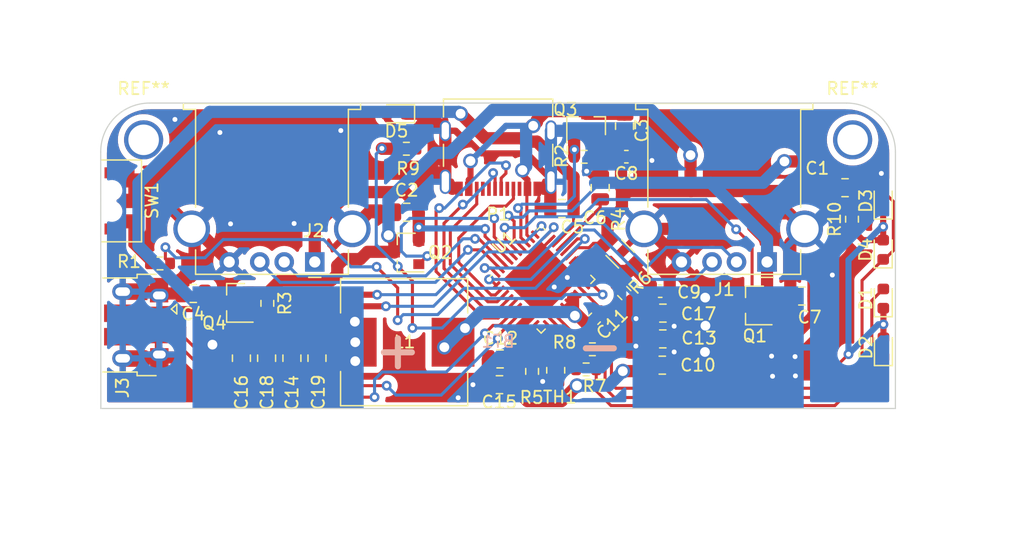
<source format=kicad_pcb>
(kicad_pcb (version 20210424) (generator pcbnew)
  (layers (0 "F.Cu" signal) (31 "B.Cu" signal) (34 "B.Paste" user) (35 "F.Paste" user) (36 "B.SilkS" user "B.Silkscreen") (37 "F.SilkS" user "F.Silkscreen") (38 "B.Mask" user) (39 "F.Mask" user) (44 "Edge.Cuts" user))
  (net 0 "")
  (net 1 "/VOUT2")
  (net 2 "GND")
  (net 3 "/VOUT1")
  (net 4 "/VBUS")
  (net 5 "/VIN")
  (net 6 "/VBAT")
  (net 7 "/VREG")
  (net 8 "/VMID")
  (net 9 "/VSYS")
  (net 10 "Net-(C11-Pad1)")
  (net 11 "Net-(C11-Pad2)")
  (net 12 "Net-(D1-Pad1)")
  (net 13 "Net-(D1-Pad2)")
  (net 14 "Net-(D3-Pad2)")
  (net 15 "Net-(D5-Pad2)")
  (net 16 "/DMA2")
  (net 17 "/DPA2")
  (net 18 "/DMA1")
  (net 19 "/DPA1")
  (net 20 "/DPB")
  (net 21 "/DMB")
  (net 22 "/DPC")
  (net 23 "/DMC")
  (net 24 "/CC1")
  (net 25 "/CC2")
  (net 26 "/VOUT2G")
  (net 27 "/VOUT1G")
  (net 28 "/VBUSG")
  (net 29 "/VING")
  (net 30 "/KEY")
  (net 31 "Net-(R1-Pad2)")
  (net 32 "Net-(R5-Pad1)")
  (net 33 "Net-(R6-Pad1)")
  (net 34 "Net-(R7-Pad1)")
  (net 35 "Net-(R8-Pad1)")
  (net 36 "/LIGHT")
  (footprint "Capacitor_SMD:C_0805_2012Metric" (layer "F.Cu") (at 84 80.88 -90)
    (fp_text reference "C16")
    (fp_text value "22uf 16v")
  )
  (footprint "Capacitor_SMD:C_0805_2012Metric" (layer "F.Cu") (at 115.34 61.88 -90)
    (fp_text reference "C3")
    (fp_text value "10uf 25v")
  )
  (footprint "Package_TO_SOT_SMD:SOT-23" (layer "F.Cu") (at 83.55 76.35 180)
    (fp_text reference "Q4")
    (fp_text value "RU20P7C")
  )
  (footprint "Resistor_SMD:R_0603_1608Metric" (layer "F.Cu") (at 115.32 75.55 -45)
    (fp_text reference "R6")
    (fp_text value "114k")
  )
  (footprint "Capacitor_SMD:C_0603_1608Metric" (layer "F.Cu") (at 118.26 75.39 180)
    (fp_text reference "C9")
    (fp_text value "100nf 25v")
  )
  (footprint "Resistor_SMD:R_0603_1608Metric" (layer "F.Cu") (at 112.2 81.8)
    (fp_text reference "R7")
    (fp_text value "100R")
  )
  (footprint "LED_SMD:LED_0603_1608Metric" (layer "F.Cu") (at 136.5 72 90)
    (fp_text reference "D4")
    (fp_text value "LED")
  )
  (footprint "Capacitor_SMD:C_0805_2012Metric" (layer "F.Cu") (at 129.85 75.79 180)
    (fp_text reference "C7")
    (fp_text value "22uf 25v")
  )
  (footprint "Capacitor_SMD:C_0805_2012Metric" (layer "F.Cu") (at 118.48 77.19)
    (fp_text reference "C17")
    (fp_text value "10uf 25v")
  )
  (footprint "Capacitor_SMD:C_0805_2012Metric" (layer "F.Cu") (at 133.38 66.92)
    (fp_text reference "C1")
    (fp_text value "10uf 25v")
  )
  (footprint "Capacitor_SMD:C_0805_2012Metric" (layer "F.Cu") (at 118.43 81.45)
    (fp_text reference "C10")
    (fp_text value "22uf 25v")
  )
  (footprint "Capacitor_SMD:C_0805_2012Metric" (layer "F.Cu") (at 97.52 68.93 180)
    (fp_text reference "C2")
    (fp_text value "10uf 25v")
  )
  (footprint "LED_SMD:LED_0603_1608Metric" (layer "F.Cu") (at 136.52 80 90)
    (fp_text reference "D2")
    (fp_text value "LED")
  )
  (footprint "Package_TO_SOT_SMD:SOT-23" (layer "F.Cu") (at 112.2 61.87 90)
    (fp_text reference "Q3")
    (fp_text value "RU20P7C")
  )
  (footprint "Capacitor_SMD:C_0603_1608Metric" (layer "F.Cu") (at 115.49 64.38)
    (fp_text reference "C8")
    (fp_text value "100nf 25v")
  )
  (footprint "LED_SMD:LED_0603_1608Metric" (layer "F.Cu") (at 136.5 68 90)
    (fp_text reference "D3")
    (fp_text value "LED")
  )
  (footprint "Package_TO_SOT_SMD:SOT-23" (layer "F.Cu") (at 126 76.56 180)
    (fp_text reference "Q1")
    (fp_text value "RU207C")
  )
  (footprint "Connector_USB:USB_C_Receptacle_Palconn_UTC16-G" (layer "F.Cu") (at 105 64.5 180)
    (fp_text reference "P1")
    (fp_text value "USB_C_Plug_USB2.0")
  )
  (footprint "Capacitor_SMD:C_0805_2012Metric" (layer "F.Cu") (at 86.06 80.88 -90)
    (fp_text reference "C18")
    (fp_text value "22uf 16v")
  )
  (footprint "Resistor_SMD:R_0805_2012Metric" (layer "F.Cu") (at 109.71 81.87 -90)
    (fp_text reference "TH1")
    (fp_text value "100k@25c")
  )
  (footprint "Connector_USB:USB_A_Stewart_SS-52100-001_Horizontal" (layer "F.Cu") (at 127 73 180)
    (fp_text reference "J1")
    (fp_text value "USB_A")
  )
  (footprint "Resistor_SMD:R_0603_1608Metric" (layer "F.Cu") (at 107.78 81.96 -90)
    (fp_text reference "R5")
    (fp_text value "82k 1%")
  )
  (footprint "Capacitor_SMD:C_0805_2012Metric" (layer "F.Cu") (at 88.13 80.88 -90)
    (fp_text reference "C14")
    (fp_text value "22uf 16v")
  )
  (footprint "Resistor_SMD:R_0603_1608Metric" (layer "F.Cu") (at 97.495 63.73)
    (fp_text reference "R9")
    (fp_text value "100R")
  )
  (footprint "Capacitor_SMD:C_0603_1608Metric" (layer "F.Cu") (at 112.9 77.65 -135)
    (fp_text reference "C11")
    (fp_text value "100nf 25v")
  )
  (footprint "Package_TO_SOT_SMD:SOT-23" (layer "F.Cu") (at 97.51 72.23 180)
    (fp_text reference "Q2")
    (fp_text value "RU207C")
  )
  (footprint "Resistor_SMD:R_0603_1608Metric" (layer "F.Cu") (at 133.95 69.5 90)
    (fp_text reference "R10")
    (fp_text value "NC")
  )
  (footprint "Package_DFN_QFN:QFN-40-1EP_6x6mm_P0.5mm_EP4.6x4.6mm" (layer "F.Cu") (at 108.52 74.43 45)
    (fp_text reference "U1")
    (fp_text value "IP5328")
  )
  (footprint "Capacitor_SMD:C_0805_2012Metric" (layer "F.Cu") (at 80.06 75.58 180)
    (fp_text reference "C4")
    (fp_text value "10uf 25v")
  )
  (footprint "MountingHole:MountingHole_3.2mm_M3" (layer "F.Cu") (at 76 63)
    (fp_text reference "REF**")
    (fp_text value "MountingHole_3.2mm_M3")
  )
  (footprint "Capacitor_SMD:C_0805_2012Metric" (layer "F.Cu") (at 105.16 80.94 180)
    (fp_text reference "C12")
    (fp_text value "22uf 25v")
  )
  (footprint "Capacitor_SMD:C_0805_2012Metric" (layer "F.Cu") (at 105.11 83.05 180)
    (fp_text reference "C15")
    (fp_text value "22uf 25v")
  )
  (footprint "Library:FPC_2" (layer "F.Cu") (at 75 68 -90)
    (fp_text reference "SW1")
    (fp_text value "SW_Push")
  )
  (footprint "Resistor_SMD:R_0603_1608Metric" (layer "F.Cu") (at 77.34 73.12 180)
    (fp_text reference "R1")
    (fp_text value "1k")
  )
  (footprint "LED_SMD:LED_0603_1608Metric" (layer "F.Cu") (at 96.68 60.86 180)
    (fp_text reference "D5")
    (fp_text value "LED")
  )
  (footprint "Capacitor_SMD:C_0805_2012Metric" (layer "F.Cu") (at 113.35 66.92 90)
    (fp_text reference "C6")
    (fp_text value "2.2uf 16v")
  )
  (footprint "Resistor_SMD:R_1206_3216Metric" (layer "F.Cu") (at 114.98 72.34 -45)
    (fp_text reference "R4")
    (fp_text value "0.01R")
  )
  (footprint "Capacitor_SMD:C_0805_2012Metric" (layer "F.Cu") (at 118.47 79.3)
    (fp_text reference "C13")
    (fp_text value "22uf 25v")
  )
  (footprint "Capacitor_SMD:C_0805_2012Metric" (layer "F.Cu") (at 90.18 80.88 -90)
    (fp_text reference "C19")
    (fp_text value "22uf 16v")
  )
  (footprint "Capacitor_SMD:C_0805_2012Metric" (layer "F.Cu") (at 110.22 68.62 180)
    (fp_text reference "C5")
    (fp_text value "2.2uf 16v")
  )
  (footprint "Inductor_SMD:L_Wuerth_HCI-1040" (layer "F.Cu") (at 97.31 79.57 180)
    (fp_text reference "L1")
    (fp_text value "2.2uh")
  )
  (footprint "Resistor_SMD:R_0603_1608Metric" (layer "F.Cu") (at 112.71 80.15)
    (fp_text reference "R8")
    (fp_text value "100R")
  )
  (footprint "LED_SMD:LED_0603_1608Metric" (layer "F.Cu") (at 136.51 76 90)
    (fp_text reference "D1")
    (fp_text value "LED")
  )
  (footprint "Connector_USB:USB_A_Stewart_SS-52100-001_Horizontal" (layer "F.Cu") (at 90 73 180)
    (fp_text reference "J2")
    (fp_text value "USB_A")
  )
  (footprint "Connector_USB:USB_Micro-B_Amphenol_10103594-0001LF_Horizontal" (layer "F.Cu") (at 75.4 78.185 -90)
    (fp_text reference "J3")
    (fp_text value "USB_B_Micro")
  )
  (footprint "Resistor_SMD:R_0603_1608Metric" (layer "F.Cu") (at 112.04 64.39 180)
    (fp_text reference "R2")
    (fp_text value "10k")
  )
  (footprint "Resistor_SMD:R_0603_1608Metric" (layer "F.Cu") (at 86.12 76.39 -90)
    (fp_text reference "R3")
    (fp_text value "10k")
  )
  (footprint "MountingHole:MountingHole_3.2mm_M3" (layer "F.Cu") (at 134 63)
    (fp_text reference "REF**")
    (fp_text value "MountingHole_3.2mm_M3")
  )
  (footprint "Library:bat" (layer "B.Cu") (at 105 80 180)
    (fp_text reference "BT1")
    (fp_text value "Battery_Cell")
  )
  (gr_line (start 76.488427 59.988427) (end 133.501573 59.988427) (layer "Edge.Cuts") (width 0.1))
  (gr_arc (start 133.501573 63.988427) (end 137.501573 63.988427) (angle -90) (layer "Edge.Cuts") (width 0.1))
  (gr_arc (start 76.488427 63.988427) (end 72.488427 63.988427) (angle 90) (layer "Edge.Cuts") (width 0.1))
  (gr_line (start 72.5 85) (end 72.488427 63.988427) (layer "Edge.Cuts") (width 0.1))
  (gr_line (start 137.501573 63.988427) (end 137.5 85) (layer "Edge.Cuts") (width 0.1))
  (gr_line (start 137.5 85) (end 72.5 85) (layer "Edge.Cuts") (width 0.1))
  (gr_text "-" (at 113.32 79.85) (layer "B.SilkS") (effects (font (size 3 3) (thickness 0.5)) (justify mirror)))
  (gr_text "+" (at 96.8 80.18) (layer "B.SilkS") (effects (font (size 3 3) (thickness 0.5)) (justify mirror)))
  (segment (start 106.31 69.676499) (end 106.31 71.15934) (width 0.25) (layer "F.Cu") (net 1))
  (segment (start 127 73) (end 127 75.61) (width 1) (layer "F.Cu") (net 1))
  (segment (start 132.43 66.92) (end 130.28 64.77) (width 1) (layer "F.Cu") (net 1))
  (segment (start 105.835201 69.2017) (end 106.31 69.676499) (width 0.25) (layer "F.Cu") (net 1))
  (segment (start 130.28 64.77) (end 128.42 64.77) (width 1) (layer "F.Cu") (net 1))
  (segment (start 106.31 71.15934) (end 106.973204 71.822544) (width 0.25) (layer "F.Cu") (net 1))
  (via (at 105.835201 69.2017) (size 0.8) (drill 0.4) (layers "F.Cu" "B.Cu") (net 1))
  (via (at 128.42 64.77) (size 1.2) (drill 0.8) (layers "F.Cu" "B.Cu") (net 1))
  (segment (start 126.67 66.52) (end 128.42 64.77) (width 1) (layer "B.Cu") (net 1))
  (segment (start 111.03 68.82) (end 112.93 66.92) (width 0.25) (layer "B.Cu") (net 1))
  (segment (start 107.03 69.34) (end 107.55 68.82) (width 0.25) (layer "B.Cu") (net 1))
  (segment (start 105.973501 69.34) (end 107.03 69.34) (width 0.25) (layer "B.Cu") (net 1))
  (segment (start 105.835201 69.2017) (end 105.973501 69.34) (width 0.25) (layer "B.Cu") (net 1))
  (segment (start 107.55 68.82) (end 111.03 68.82) (width 0.25) (layer "B.Cu") (net 1))
  (segment (start 127 71.12) (end 122.4 66.52) (width 1) (layer "B.Cu") (net 1))
  (segment (start 122.4 66.52) (end 112.93 66.52) (width 1) (layer "B.Cu") (net 1))
  (segment (start 122.4 66.52) (end 126.67 66.52) (width 1) (layer "B.Cu") (net 1))
  (segment (start 112.93 66.92) (end 112.93 66.52) (width 0.25) (layer "B.Cu") (net 1))
  (segment (start 127 73) (end 127 71.12) (width 1) (layer "B.Cu") (net 1))
  (segment (start 80.17 70.53) (end 79.93 70.29) (width 1) (layer "F.Cu") (net 2))
  (segment (start 121.96 78.22) (end 119.44 78.22) (width 1) (layer "F.Cu") (net 2))
  (segment (start 100.68 66.43) (end 100.68 62.26) (width 1) (layer "F.Cu") (net 2))
  (segment (start 119.4 81.43) (end 119.4 80.37) (width 1) (layer "F.Cu") (net 2))
  (segment (start 75.965 66.325) (end 79.93 70.29) (width 1) (layer "F.Cu") (net 2))
  (segment (start 80.17 72.28) (end 80.17 70.53) (width 1) (layer "F.Cu") (net 2))
  (segment (start 77.165 78.81) (end 77.165 80.46) (width 0.5) (layer "F.Cu") (net 2))
  (segment (start 112.64 65.97) (end 112.24 65.57) (width 0.5) (layer "F.Cu") (net 2))
  (segment (start 117.58 64.69) (end 117.27 64.38) (width 0.5) (layer "F.Cu") (net 2))
  (segment (start 134.33 66.92) (end 134.17 66.76) (width 1) (layer "F.Cu") (net 2))
  (segment (start 119.4 80.37) (end 119.4 78.26) (width 1) (layer "F.Cu") (net 2))
  (segment (start 103.64 64.11) (end 107.2 64.11) (width 0.5) (layer "F.Cu") (net 2))
  (segment (start 131.31 62.83) (end 131.42 62.94) (width 0.5) (layer "F.Cu") (net 2))
  (segment (start 90.74 82.39) (end 95.25 82.39) (width 0.5) (layer "F.Cu") (net 2))
  (segment (start 74.285 76.93) (end 74.015 77.2) (width 0.5) (layer "F.Cu") (net 2))
  (segment (start 76.975 75.43) (end 77.285 75.74) (width 1) (layer "F.Cu") (net 2))
  (segment (start 80.29 70.29) (end 83 73) (width 1) (layer "F.Cu") (net 2))
  (segment (start 108.645 82.785) (end 109.5025 82.785) (width 1) (layer "F.Cu") (net 2))
  (segment (start 84.24 81.83) (end 90.42 81.83) (width 1) (layer "F.Cu") (net 2))
  (segment (start 102.94 83.05) (end 104.16 83.05) (width 0.5) (layer "F.Cu") (net 2))
  (segment (start 117.29 70.29) (end 120 73) (width 1) (layer "F.Cu") (net 2))
  (segment (start 115.34 62.83) (end 116.265 63.755) (width 0.5) (layer "F.Cu") (net 2))
  (segment (start 96.57 68.93) (end 94.43 68.93) (width 1) (layer "F.Cu") (net 2))
  (segment (start 80.23 73.735) (end 80.23 72.34) (width 1) (layer "F.Cu") (net 2))
  (segment (start 116.93 70.29) (end 121.31 70.29) (width 1) (layer "F.Cu") (net 2))
  (segment (start 102.34 63.13) (end 102.66 63.13) (width 0.5) (layer "F.Cu") (net 2))
  (segment (start 122.58 69.02) (end 128.8 69.02) (width 1) (layer "F.Cu") (net 2))
  (segment (start 119.565 75.92) (end 119.4 75.755) (width 1) (layer "F.Cu") (net 2))
  (segment (start 99.28 60.86) (end 100.68 62.26) (width 1) (layer "F.Cu") (net 2))
  (segment (start 102.66 63.13) (end 103.64 64.11) (width 0.5) (layer "F.Cu") (net 2))
  (segment (start 90.18 81.83) (end 90.74 82.39) (width 0.5) (layer "F.Cu") (net 2))
  (segment (start 128.8 69.02) (end 130.07 70.29) (width 1) (layer "F.Cu") (net 2))
  (segment (start 74.285 79.39) (end 74.015 79.12) (width 0.5) (layer "F.Cu") (net 2))
  (segment (start 109.27 68.62) (end 109.27 66.48) (width 1) (layer "F.Cu") (net 2))
  (segment (start 119.4 75.755) (end 119.035 75.39) (width 1) (layer "F.Cu") (net 2))
  (segment (start 80.23 72.34) (end 80.17 72.28) (width 1) (layer "F.Cu") (net 2))
  (segment (start 116.265 63.755) (end 116.265 64.38) (width 0.5) (layer "F.Cu") (net 2))
  (segment (start 100.68 66.43) (end 99.77 65.52) (width 1) (layer "F.Cu") (net 2))
  (segment (start 128.9 75.79) (end 128.9 71.46) (width 1) (layer "F.Cu") (net 2))
  (segment (start 95.64 82) (end 97.67 82) (width 0.5) (layer "F.Cu") (net 2))
  (segment (start 100.68 66.43) (end 101.26 67.01) (width 1) (layer "F.Cu") (net 2))
  (segment (start 108.74 67.01) (end 109.32 66.43) (width 1) (layer "F.Cu") (net 2))
  (segment (start 113.35 65.97) (end 112.64 65.97) (width 0.5) (layer "F.Cu") (net 2))
  (segment (start 119.38 81.45) (end 119.4 81.43) (width 1) (layer "F.Cu") (net 2))
  (segment (start 119.4 78.26) (end 119.4 75.755) (width 1) (layer "F.Cu") (net 2))
  (segment (start 97.4675 60.86) (end 99.28 60.86) (width 1) (layer "F.Cu") (net 2))
  (segment (start 74.595 80.58) (end 74.285 80.89) (width 0.5) (layer "F.Cu") (net 2))
  (segment (start 107.78 82.785) (end 108.645 82.785) (width 1) (layer "F.Cu") (net 2))
  (segment (start 108.52 71.95) (end 108.52 74.43) (width 0.25) (layer "F.Cu") (net 2))
  (segment (start 117.27 64.38) (end 116.265 64.38) (width 0.5) (layer "F.Cu") (net 2))
  (segment (start 104.16 83.05) (end 104.16 80.99) (width 1) (layer "F.Cu") (net 2))
  (segment (start 119.44 78.22) (end 119.4 78.26) (width 1) (layer "F.Cu") (net 2))
  (segment (start 121.31 70.29) (end 122.58 69.02) (width 1) (layer "F.Cu") (net 2))
  (segment (start 97.67 82) (end 98.72 83.05) (width 0.5) (layer "F.Cu") (net 2))
  (segment (start 75 66.325) (end 75.965 66.325) (width 1) (layer "F.Cu") (net 2))
  (segment (start 108.2 67.01) (end 108.74 67.01) (width 0.5) (layer "F.Cu") (net 2))
  (segment (start 101.47 62.26) (end 102.34 63.13) (width 0.5) (layer "F.Cu") (net 2))
  (segment (start 79.11 75.58) (end 79.11 74.855) (width 1) (layer "F.Cu") (net 2))
  (segment (start 121.92 80.37) (end 119.4 80.37) (width 1) (layer "F.Cu") (net 2))
  (segment (start 84.7 65.52) (end 79.93 70.29) (width 1) (layer "F.Cu") (net 2))
  (segment (start 115.903363 77.263363) (end 116.28 77.64) (width 1) (layer "F.Cu") (net 2))
  (segment (start 121.94 75.92) (end 121.94 80.35) (width 1) (layer "F.Cu") (net 2))
  (segment (start 79.11 74.855) (end 80.23 73.735) (width 1) (layer "F.Cu") (net 2))
  (segment (start 79.93 70.29) (end 80.29 70.29) (width 1) (layer "F.Cu") (net 2))
  (segment (start 136.35 65.75) (end 136.1818 65.75) (width 1) (layer "F.Cu") (net 2))
  (segment (start 107.2 64.11) (end 109.32 66.23) (width 0.5) (layer "F.Cu") (net 2))
  (segment (start 99.77 65.52) (end 84.7 65.52) (width 1) (layer "F.Cu") (net 2))
  (segment (start 135.5 65.75) (end 134.33 66.92) (width 1) (layer "F.Cu") (net 2))
  (segment (start 74.285 75.43) (end 74.285 76.93) (width 0.5) (layer "F.Cu") (net 2))
  (segment (start 79.11 75.58) (end 77.535 75.58) (width 1) (layer "F.Cu") (net 2))
  (segment (start 109.27 66.48) (end 109.32 66.43) (width 1) (layer "F.Cu") (net 2))
  (segment (start 95.25 82.39) (end 95.64 82) (width 0.5) (layer "F.Cu") (net 2))
  (segment (start 119.035 73.965) (end 120 73) (width 1) (layer "F.Cu") (net 2))
  (segment (start 77.285 80.58) (end 74.595 80.58) (width 0.5) (layer "F.Cu") (net 2))
  (segment (start 101.26 67.01) (end 101.8 67.01) (width 0.5) (layer "F.Cu") (net 2))
  (segment (start 75.215 75.43) (end 76.975 75.43) (width 1) (layer "F.Cu") (net 2))
  (segment (start 121.94 75.92) (end 119.565 75.92) (width 1) (layer "F.Cu") (net 2))
  (segment (start 109.354563 71.115437) (end 108.52 71.95) (width 0.25) (layer "F.Cu") (net 2))
  (segment (start 109.359689 71.115437) (end 109.354563 71.115437) (width 0.25) (layer "F.Cu") (net 2))
  (segment (start 109.32 66.23) (end 109.32 66.43) (width 0.5) (layer "F.Cu") (net 2))
  (segment (start 100.68 62.26) (end 101.47 62.26) (width 0.5) (layer "F.Cu") (net 2))
  (segment (start 98.72 83.05) (end 102.94 83.05) (width 0.5) (layer "F.Cu") (net 2))
  (segment (start 136.35 65.75) (end 135.5 65.75) (width 1) (layer "F.Cu") (net 2))
  (segment (start 128.9 71.46) (end 130.07 70.29) (width 1) (layer "F.Cu") (net 2))
  (segment (start 136.1818 65.75) (end 133.95 67.9818) (width 1) (layer "F.Cu") (net 2))
  (segment (start 94.43 68.93) (end 93.07 70.29) (width 1) (layer "F.Cu") (net 2))
  (segment (start 115.34 62.83) (end 131.31 62.83) (width 0.5) (layer "F.Cu") (net 2))
  (segment (start 115.903363 76.133363) (end 115.903363 77.263363) (width 1) (layer "F.Cu") (net 2))
  (segment (start 133.95 67.9818) (end 133.95 68.675) (width 1) (layer "F.Cu") (net 2))
  (segment (start 121.94 80.35) (end 121.92 80.37) (width 1) (layer "F.Cu") (net 2))
  (segment (start 119.035 75.39) (end 119.035 73.965) (width 1) (layer "F.Cu") (net 2))
  (segment (start 104.16 80.99) (end 104.21 80.94) (width 1) (layer "F.Cu") (net 2))
  (segment (start 116.93 70.29) (end 117.29 70.29) (width 1) (layer "F.Cu") (net 2))
  (segment (start 77.165 80.46) (end 77.285 80.58) (width 0.5) (layer "F.Cu") (net 2))
  (segment (start 77.535 75.58) (end 77.265 75.31) (width 1) (layer "F.Cu") (net 2))
  (segment (start 74.015 79.12) (end 74.015 77.2) (width 0.5) (layer "F.Cu") (net 2))
  (segment (start 74.285 80.89) (end 74.285 79.39) (width 0.5) (layer "F.Cu") (net 2))
  (via (at 83.11 69.88) (size 0.8) (drill 0.4) (layers "F.Cu" "B.Cu") (net 2))
  (via (at 110.66 74.27) (size 0.8) (drill 0.4) (layers "F.Cu" "B.Cu") (net 2))
  (via (at 129.29 80.75) (size 0.8) (drill 0.4) (layers "F.Cu" "B.Cu") (net 2))
  (via (at 129.32 82.33) (size 0.8) (drill 0.4) (layers "F.Cu" "B.Cu") (net 2))
  (via (at 92.13 62.24) (size 0.8) (drill 0.4) (layers "F.Cu" "B.Cu") (net 2))
  (via (at 127.37 80.71) (size 0.8) (drill 0.4) (layers "F.Cu" "B.Cu") (net 2))
  (via (at 112.24 65.57) (size 0.8) (drill 0.4) (layers "F.Cu" "B.Cu") (net 2))
  (via (at 102.94 83.05) (size 0.8) (drill 0.4) (layers "F.Cu" "B.Cu") (net 2))
  (via (at 109.59 75.05) (size 0.8) (drill 0.4) (layers "F.Cu" "B.Cu") (net 2))
  (via (at 127.45 82.36) (size 0.8) (drill 0.4) (layers "F.Cu" "B.Cu") (net 2))
  (via (at 78.56 61.33) (size 0.8) (drill 0.4) (layers "F.Cu" "B.Cu") (net 2))
  (via (at 82.24 62.4) (size 0.8) (drill 0.4) (layers "F.Cu" "B.Cu") (net 2))
  (via (at 88.31 69.85) (size 0.8) (drill 0.4) (layers "F.Cu" "B.Cu") (net 2))
  (via (at 121.92 80.37) (size 1.2) (drill 0.8) (layers "F.Cu" "B.Cu") (net 2))
  (via (at 121.94 75.92) (size 1.2) (drill 0.8) (layers "F.Cu" "B.Cu") (net 2))
  (via (at 117.58 64.69) (size 0.8) (drill 0.4) (layers "F.Cu" "B.Cu") (net 2))
  (via (at 136.35 65.75) (size 0.8) (drill 0.4) (layers "F.Cu" "B.Cu") (net 2))
  (via (at 116.28 77.64) (size 0.8) (drill 0.4) (layers "F.Cu" "B.Cu") (net 2))
  (via (at 132.34 74.07) (size 0.8) (drill 0.4) (layers "F.Cu" "B.Cu") (net 2))
  (via (at 101.73 84.12) (size 0.8) (drill 0.4) (layers "F.Cu" "B.Cu") (net 2))
  (via (at 119.4 78.26) (size 0.8) (drill 0.4) (layers "F.Cu" "B.Cu") (net 2))
  (via (at 119.4 80.37) (size 0.8) (drill 0.4) (layers "F.Cu" "B.Cu") (net 2))
  (via (at 108.645 82.785) (size 0.8) (drill 0.4) (layers "F.Cu" "B.Cu") (net 2))
  (via (at 121.96 78.22) (size 1.2) (drill 0.8) (layers "F.Cu" "B.Cu") (net 2))
  (via (at 116.27 79.89) (size 0.8) (drill 0.4) (layers "F.Cu" "B.Cu") (net 2))
  (segment (start 102.94 83.05) (end 108.38 83.05) (width 0.5) (layer "B.Cu") (net 2))
  (segment (start 112.61 62.26) (end 113.53 63.18) (width 1) (layer "B.Cu") (net 2))
  (segment (start 113.53 64.31) (end 112.27 65.57) (width 0.5) (layer "B.Cu") (net 2))
  (segment (start 136.35 65.75) (end 135.22 65.75) (width 1) (layer "B.Cu") (net 2))
  (segment (start 130.68 70.29) (end 130.07 70.29) (width 1) (layer "B.Cu") (net 2))
  (segment (start 91.04 68.26) (end 81.96 68.26) (width 1) (layer "B.Cu") (net 2))
  (segment (start 109.59 75.05) (end 109.88 75.05) (width 0.5) (layer "B.Cu") (net 2))
  (segment (start 112.27 65.57) (end 112.24 65.57) (width 0.5) (layer "B.Cu") (net 2))
  (segment (start 135.22 65.75) (end 130.68 70.29) (width 1) (layer "B.Cu") (net 2))
  (segment (start 113.53 63.18) (end 113.53 64.31) (width 1) (layer "B.Cu") (net 2))
  (segment (start 117.2 64.31) (end 113.53 64.31) (width 0.5) (layer "B.Cu") (net 2))
  (segment (start 117.58 64.69) (end 117.2 64.31) (width 0.5) (layer "B.Cu") (net 2))
  (segment (start 109.88 75.05) (end 110.66 74.27) (width 1) (layer "B.Cu") (net 2))
  (segment (start 108.645 82.785) (end 111.54 79.89) (width 0.5) (layer "B.Cu") (net 2))
  (segment (start 111.54 79.89) (end 116.27 79.89) (width 0.5) (layer "B.Cu") (net 2))
  (segment (start 120.82 80) (end 123 80) (width 0.5) (layer "B.Cu") (net 2))
  (segment (start 115.09 74.27) (end 120.82 80) (width 1) (layer "B.Cu") (net 2))
  (segment (start 110.66 74.27) (end 115.09 74.27) (width 1) (layer "B.Cu") (net 2))
  (segment (start 93.07 70.29) (end 91.04 68.26) (width 1) (layer "B.Cu") (net 2))
  (segment (start 109.32 62.26) (end 112.61 62.26) (width 1) (layer "B.Cu") (net 2))
  (segment (start 81.96 68.26) (end 79.93 70.29) (width 1) (layer "B.Cu") (net 2))
  (segment (start 109.32 62.26) (end 109.32 66.43) (width 1) (layer "B.Cu") (net 2))
  (segment (start 108.38 83.05) (end 108.645 82.785) (width 0.5) (layer "B.Cu") (net 2))
  (segment (start 98.51 68.97) (end 98.47 68.93) (width 1) (layer "F.Cu") (net 3))
  (segment (start 97.35 67.28) (end 92.824723 67.28) (width 1) (layer "F.Cu") (net 3))
  (segment (start 98.47 68.93) (end 98.47 68.4) (width 1) (layer "F.Cu") (net 3))
  (segment (start 90 70.104723) (end 90 73) (width 1) (layer "F.Cu") (net 3))
  (segment (start 105.912544 72.883204) (end 103.93 70.90066) (width 0.25) (layer "F.Cu") (net 3))
  (segment (start 98.47 68.4) (end 97.35 67.28) (width 1) (layer "F.Cu") (net 3))
  (segment (start 98.51 70.1545) (end 98.51 68.97) (width 1) (layer "F.Cu") (net 3))
  (segment (start 92.824723 67.28) (end 90 70.104723) (width 1) (layer "F.Cu") (net 3))
  (segment (start 103.93 70.90066) (end 103.93 70.29) (width 0.25) (layer "F.Cu") (net 3))
  (segment (start 98.51 70.1545) (end 98.51 71.28) (width 1) (layer "F.Cu") (net 3))
  (via (at 98.51 70.1545) (size 0.8) (drill 0.4) (layers "F.Cu" "B.Cu") (net 3))
  (via (at 103.93 70.29) (size 0.8) (drill 0.4) (layers "F.Cu" "B.Cu") (net 3))
  (segment (start 98.364511 70.255489) (end 98.23 70.39) (width 0.25) (layer "B.Cu") (net 3))
  (segment (start 103.93 70.29) (end 103.895489 70.255489) (width 0.25) (layer "B.Cu") (net 3))
  (segment (start 103.895489 70.255489) (end 98.364511 70.255489) (width 0.5) (layer "B.Cu") (net 3))
  (segment (start 108.17048 61.383854) (end 108.904334 60.65) (width 1) (layer "F.Cu") (net 4))
  (segment (start 107.350162 70.785288) (end 107.350162 67.059838) (width 0.25) (layer "F.Cu") (net 4))
  (segment (start 106.99 65.864017) (end 107.4 66.274017) (width 0.5) (layer "F.Cu") (net 4))
  (segment (start 102.6 66.274017) (end 102.74 66.134017) (width 0.5) (layer "F.Cu") (net 4))
  (segment (start 107.87 61.8495) (end 108.17048 61.54902) (width 1) (layer "F.Cu") (net 4))
  (segment (start 102.74 66.134017) (end 102.74 64.73) (width 0.5) (layer "F.Cu") (net 4))
  (segment (start 108.17048 61.54902) (end 108.17048 61.383854) (width 1) (layer "F.Cu") (net 4))
  (segment (start 112.2 60.87) (end 115.28 60.87) (width 1) (layer "F.Cu") (net 4))
  (segment (start 102.6 67.01) (end 102.6 66.274017) (width 0.5) (layer "F.Cu") (net 4))
  (segment (start 115.28 60.87) (end 115.34 60.93) (width 1) (layer "F.Cu") (net 4))
  (segment (start 111.98 60.65) (end 112.2 60.87) (width 1) (layer "F.Cu") (net 4))
  (segment (start 107.4 66.274017) (end 107.4 67.01) (width 0.5) (layer "F.Cu") (net 4))
  (segment (start 107.87 61.8495) (end 107.7205 61.8495) (width 1) (layer "F.Cu") (net 4))
  (segment (start 108.904334 60.65) (end 111.98 60.65) (width 1) (layer "F.Cu") (net 4))
  (segment (start 107.680311 71.115437) (end 107.350162 70.785288) (width 0.25) (layer "F.Cu") (net 4))
  (segment (start 107.350162 67.059838) (end 107.4 67.01) (width 0.25) (layer "F.Cu") (net 4))
  (segment (start 106.99 65.48) (end 106.99 65.864017) (width 0.5) (layer "F.Cu") (net 4))
  (via (at 107.87 61.8495) (size 1.2) (drill 0.8) (layers "F.Cu" "B.Cu") (net 4))
  (via (at 106.99 65.48) (size 1.2) (drill 0.8) (layers "F.Cu" "B.Cu") (net 4))
  (via (at 102.74 64.73) (size 1.2) (drill 0.8) (layers "F.Cu" "B.Cu") (net 4))
  (segment (start 107.6005 61.8495) (end 107.87 61.8495) (width 0.5) (layer "B.Cu") (net 4))
  (segment (start 106.99 65.48) (end 107.29 65.18) (width 1) (layer "B.Cu") (net 4))
  (segment (start 107.29 65.18) (end 107.29 62.16) (width 1) (layer "B.Cu") (net 4))
  (segment (start 107.87 61.8495) (end 105.6405 61.8495) (width 0.5) (layer "B.Cu") (net 4))
  (segment (start 107.29 62.16) (end 107.6005 61.8495) (width 0.5) (layer "B.Cu") (net 4))
  (segment (start 105.6405 61.8495) (end 102.76 64.73) (width 0.5) (layer "B.Cu") (net 4))
  (segment (start 102.76 64.73) (end 102.74 64.73) (width 0.5) (layer "B.Cu") (net 4))
  (segment (start 77.165 76.86) (end 81.47 76.86) (width 0.5) (layer "F.Cu") (net 5))
  (segment (start 109.549932 70.218088) (end 109.006136 70.761884) (width 0.25) (layer "F.Cu") (net 5))
  (segment (start 89.96 76.63) (end 95.82 76.63) (width 0.5) (layer "F.Cu") (net 5))
  (segment (start 82.55 77.25) (end 83.94 78.64) (width 0.5) (layer "F.Cu") (net 5))
  (segment (start 81.47 76.86) (end 81.88 76.45) (width 0.5) (layer "F.Cu") (net 5))
  (segment (start 109.549932 70.156897) (end 109.549932 70.218088) (width 0.25) (layer "F.Cu") (net 5))
  (segment (start 82.55 76.35) (end 82.55 77.25) (width 0.5) (layer "F.Cu") (net 5))
  (segment (start 81.88 76.45) (end 81.01 75.58) (width 1) (layer "F.Cu") (net 5))
  (segment (start 83.94 78.64) (end 87.95 78.64) (width 0.5) (layer "F.Cu") (net 5))
  (segment (start 87.95 78.64) (end 89.96 76.63) (width 0.5) (layer "F.Cu") (net 5))
  (segment (start 82.56 76.45) (end 81.88 76.45) (width 1) (layer "F.Cu") (net 5))
  (via (at 109.549932 70.156897) (size 0.8) (drill 0.4) (layers "F.Cu" "B.Cu") (net 5))
  (via (at 95.82 76.63) (size 0.8) (drill 0.4) (layers "F.Cu" "B.Cu") (net 5))
  (segment (start 104.16 72.18) (end 99.71 76.63) (width 0.25) (layer "B.Cu") (net 5))
  (segment (start 99.71 76.63) (end 95.82 76.63) (width 0.25) (layer "B.Cu") (net 5))
  (segment (start 109.549932 70.200068) (end 107.57 72.18) (width 0.25) (layer "B.Cu") (net 5))
  (segment (start 107.57 72.18) (end 104.16 72.18) (width 0.25) (layer "B.Cu") (net 5))
  (segment (start 109.549932 70.156897) (end 109.549932 70.200068) (width 0.25) (layer "B.Cu") (net 5))
  (segment (start 92.95 79.93) (end 81.79 79.93) (width 1) (layer "F.Cu") (net 6))
  (segment (start 108.880336 63.80952) (end 108.843854 63.80952) (width 1) (layer "F.Cu") (net 6))
  (segment (start 108.843854 63.80952) (end 108.183345 63.149011) (width 1) (layer "F.Cu") (net 6))
  (segment (start 111.17 68.62) (end 111.17 66.03) (width 1) (layer "F.Cu") (net 6))
  (segment (start 93.31 79.57) (end 92.95 79.93) (width 1) (layer "F.Cu") (net 6))
  (segment (start 111.17 66.03) (end 111.100816 66.03) (width 1) (layer "F.Cu") (net 6))
  (segment (start 81.79 79.93) (end 81.63 79.77) (width 1) (layer "F.Cu") (net 6))
  (segment (start 103.94 62.87) (end 101.93 60.86) (width 1) (layer "F.Cu") (net 6))
  (segment (start 111.17 70.012233) (end 109.713243 71.46899) (width 0.25) (layer "F.Cu") (net 6))
  (segment (start 111.100816 66.03) (end 108.880336 63.80952) (width 1) (layer "F.Cu") (net 6))
  (segment (start 107.246234 63.149011) (end 106.967223 62.87) (width 1) (layer "F.Cu") (net 6))
  (segment (start 106.967223 62.87) (end 103.94 62.87) (width 1) (layer "F.Cu") (net 6))
  (segment (start 111.17 68.62) (end 111.17 70.012233) (width 0.25) (layer "F.Cu") (net 6))
  (segment (start 108.183345 63.149011) (end 107.246234 63.149011) (width 1) (layer "F.Cu") (net 6))
  (via (at 93.31 79.57) (size 1.2) (drill 0.8) (layers "F.Cu" "B.Cu") (net 6))
  (via (at 101.93 60.86) (size 1.2) (drill 0.8) (layers "F.Cu" "B.Cu") (net 6))
  (via (at 93.31 81.12) (size 1.2) (drill 0.8) (layers "F.Cu" "B.Cu") (net 6))
  (via (at 81.63 79.77) (size 1.2) (drill 0.8) (layers "F.Cu" "B.Cu") (net 6))
  (via (at 93.28 77.89) (size 1.2) (drill 0.8) (layers "F.Cu" "B.Cu") (net 6))
  (segment (start 75.58 71.69) (end 83.89 80) (width 1) (layer "B.Cu") (net 6))
  (segment (start 75.58 66.54) (end 75.58 71.69) (width 1) (layer "B.Cu") (net 6))
  (segment (start 101.78048 60.71048) (end 81.40952 60.71048) (width 1) (layer "B.Cu") (net 6))
  (segment (start 101.93 60.86) (end 101.78048 60.71048) (width 1) (layer "B.Cu") (net 6))
  (segment (start 81.40952 60.71048) (end 75.58 66.54) (width 1) (layer "B.Cu") (net 6))
  (segment (start 83.89 80) (end 87 80) (width 1) (layer "B.Cu") (net 6))
  (segment (start 113.35 68.53934) (end 113.35 67.87) (width 0.25) (layer "F.Cu") (net 7))
  (segment (start 110.066796 71.822544) (end 113.35 68.53934) (width 0.25) (layer "F.Cu") (net 7))
  (segment (start 113.47 67.87) (end 113.55 67.95) (width 0.25) (layer "F.Cu") (net 7))
  (segment (start 113.35 67.87) (end 113.47 67.87) (width 0.25) (layer "F.Cu") (net 7))
  (segment (start 125.8 79.48) (end 128.76 79.48) (width 1) (layer "F.Cu") (net 8))
  (segment (start 115.055 64.925) (end 114.52 64.39) (width 1) (layer "F.Cu") (net 8))
  (segment (start 125 76.56) (end 125 78.68) (width 1) (layer "F.Cu") (net 8))
  (segment (start 87.185489 74.499511) (end 86.12 75.565) (width 1) (layer "F.Cu") (net 8))
  (segment (start 120.74 64.25) (end 120.74 67.15) (width 1) (layer "F.Cu") (net 8))
  (segment (start 91.359609 74.499511) (end 87.185489 74.499511) (width 1) (layer "F.Cu") (net 8))
  (segment (start 96.51 71.29) (end 96.51 72.23) (width 1) (layer "F.Cu") (net 8))
  (segment (start 112.802277 71.47) (end 113.781712 71.47) (width 0.25) (layer "F.Cu") (net 8))
  (segment (start 96.03 70.81) (end 96.51 71.29) (width 1) (layer "F.Cu") (net 8))
  (segment (start 93.725 72.765) (end 92.375 72.765) (width 1) (layer "F.Cu") (net 8))
  (segment (start 84.56 75.5) (end 86.065 75.5) (width 1) (layer "F.Cu") (net 8))
  (segment (start 128.76 79.48) (end 130.8 77.44) (width 1) (layer "F.Cu") (net 8))
  (segment (start 110.773903 72.529651) (end 111.469043 71.834511) (width 0.25) (layer "F.Cu") (net 8))
  (segment (start 125 78.68) (end 125.8 79.48) (width 1) (layer "F.Cu") (net 8))
  (segment (start 92.375 72.765) (end 91.84 73.3) (width 1) (layer "F.Cu") (net 8))
  (segment (start 115.13 67.72) (end 115.13 68.63) (width 1) (layer "F.Cu") (net 8))
  (segment (start 113.781712 71.47) (end 113.945856 71.305856) (width 0.25) (layer "F.Cu") (net 8))
  (segment (start 130.8 75.79) (end 130.8 73.31) (width 1) (layer "F.Cu") (net 8))
  (segment (start 112.437766 71.834511) (end 112.802277 71.47) (width 0.25) (layer "F.Cu") (net 8))
  (segment (start 120.74 67.15) (end 120.78 67.19) (width 1) (layer "F.Cu") (net 8))
  (segment (start 130.63 67.19) (end 120.78 67.19) (width 1) (layer "F.Cu") (net 8))
  (segment (start 115.055 66.89) (end 115.055 64.925) (width 1) (layer "F.Cu") (net 8))
  (segment (start 132.55 69.11) (end 130.63 67.19) (width 1) (layer "F.Cu") (net 8))
  (segment (start 130.8 73.31) (end 132.55 71.56) (width 1) (layer "F.Cu") (net 8))
  (segment (start 115.13 68.63) (end 113.945856 69.814144) (width 1) (layer "F.Cu") (net 8))
  (segment (start 115.66 67.19) (end 115.13 67.72) (width 1) (layer "F.Cu") (net 8))
  (segment (start 91.84 73.3) (end 91.84 74.01912) (width 1) (layer "F.Cu") (net 8))
  (segment (start 115.13 67.055) (end 115.13 67.72) (width 1) (layer "F.Cu") (net 8))
  (segment (start 113.15 64.105) (end 112.865 64.39) (width 1) (layer "F.Cu") (net 8))
  (segment (start 94.32 72.17) (end 93.725 72.765) (width 1) (layer "F.Cu") (net 8))
  (segment (start 91.359609 74.499511) (end 91.290489 74.499511) (width 1) (layer "F.Cu") (net 8))
  (segment (start 111.469043 71.834511) (end 112.437766 71.834511) (width 0.25) (layer "F.Cu") (net 8))
  (segment (start 86.065 75.5) (end 86.18 75.615) (width 1) (layer "F.Cu") (net 8))
  (segment (start 114.52 64.39) (end 112.865 64.39) (width 1) (layer "F.Cu") (net 8))
  (segment (start 113.15 62.87) (end 113.15 64.105) (width 1) (layer "F.Cu") (net 8))
  (segment (start 91.84 74.01912) (end 91.359609 74.499511) (width 1) (layer "F.Cu") (net 8))
  (segment (start 113.945856 69.814144) (end 113.945856 71.305856) (width 1) (layer "F.Cu") (net 8))
  (segment (start 132.55 71.56) (end 132.55 69.11) (width 1) (layer "F.Cu") (net 8))
  (segment (start 130.8 77.44) (end 130.8 75.79) (width 1) (layer "F.Cu") (net 8))
  (segment (start 120.78 67.19) (end 115.66 67.19) (width 1) (layer "F.Cu") (net 8))
  (segment (start 96.17 72.17) (end 94.32 72.17) (width 1) (layer "F.Cu") (net 8))
  (via (at 96.03 70.81) (size 1.2) (drill 0.8) (layers "F.Cu" "B.Cu") (net 8))
  (via (at 120.74 64.25) (size 1.2) (drill 0.8) (layers "F.Cu" "B.Cu") (net 8))
  (segment (start 99.86 64.07) (end 101.05 64.07) (width 1) (layer "B.Cu") (net 8))
  (segment (start 96.03 67.9) (end 99.86 64.07) (width 1) (layer "B.Cu") (net 8))
  (segment (start 104.57 60.55) (end 117.49 60.55) (width 1) (layer "B.Cu") (net 8))
  (segment (start 101.05 64.07) (end 104.57 60.55) (width 1) (layer "B.Cu") (net 8))
  (segment (start 120.74 63.8) (end 120.74 64.25) (width 1) (layer "B.Cu") (net 8))
  (segment (start 96.03 70.81) (end 96.03 67.9) (width 1) (layer "B.Cu") (net 8))
  (segment (start 117.49 60.55) (end 120.74 63.8) (width 1) (layer "B.Cu") (net 8))
  (segment (start 114.22 72.62) (end 114.974144 73.374144) (width 0.25) (layer "F.Cu") (net 9))
  (segment (start 114.77 73.81) (end 114.92 73.66) (width 0.25) (layer "F.Cu") (net 9))
  (segment (start 107.497874 77.562126) (end 107.497874 77.702126) (width 0.25) (layer "F.Cu") (net 9))
  (segment (start 111.296796 72.883204) (end 111.56 72.62) (width 0.25) (layer "F.Cu") (net 9))
  (segment (start 114.02 73.06) (end 114.77 73.81) (width 0.25) (layer "F.Cu") (net 9))
  (segment (start 107.326757 77.393243) (end 106.11 78.61) (width 0.25) (layer "F.Cu") (net 9))
  (segment (start 111.627126 73.382874) (end 111.627126 73.342874) (width 0.25) (layer "F.Cu") (net 9))
  (segment (start 107.497874 77.702126) (end 106.11 79.09) (width 0.25) (layer "F.Cu") (net 9))
  (segment (start 115.445856 73.374144) (end 114.81 74.01) (width 0.25) (layer "F.Cu") (net 9))
  (segment (start 111.56 72.62) (end 114.22 72.62) (width 0.25) (layer "F.Cu") (net 9))
  (segment (start 115.635856 73.374144) (end 115.11 73.9) (width 0.25) (layer "F.Cu") (net 9))
  (segment (start 106.11 80.94) (end 106.11 79.314874) (width 0.5) (layer "F.Cu") (net 9))
  (segment (start 116.014144 73.374144) (end 115.825856 73.374144) (width 0.25) (layer "F.Cu") (net 9))
  (segment (start 107.437874 77.562126) (end 107.497874 77.562126) (width 0.25) (layer "F.Cu") (net 9))
  (segment (start 106.06 80.99) (end 106.11 80.94) (width 1) (layer "F.Cu") (net 9))
  (segment (start 107.326757 77.39101) (end 107.326757 77.393243) (width 0.25) (layer "F.Cu") (net 9))
  (segment (start 107.497874 77.562126) (end 107.680311 77.744563) (width 0.25) (layer "F.Cu") (net 9))
  (segment (start 113.88 73.27) (end 114.62 74.01) (width 0.25) (layer "F.Cu") (net 9))
  (segment (start 114.515 73.255) (end 114.92 73.66) (width 0.25) (layer "F.Cu") (net 9))
  (segment (start 112.96 73.27) (end 113.88 73.27) (width 0.25) (layer "F.Cu") (net 9))
  (segment (start 115.205856 73.374144) (end 116.014144 73.374144) (width 0.25) (layer "F.Cu") (net 9))
  (segment (start 111.834563 73.590311) (end 112.184874 73.24) (width 0.25) (layer "F.Cu") (net 9))
  (segment (start 116.014144 73.374144) (end 114.634144 73.374144) (width 0.25) (layer "F.Cu") (net 9))
  (segment (start 106.11 79.09) (end 106.11 79.314874) (width 0.25) (layer "F.Cu") (net 9))
  (segment (start 106.11 78.89) (end 106.11 79.314874) (width 0.5) (layer "F.Cu") (net 9))
  (segment (start 115.825856 73.374144) (end 115.27 73.93) (width 0.25) (layer "F.Cu") (net 9))
  (segment (start 111.627126 73.342874) (end 111.94 73.03) (width 0.25) (layer "F.Cu") (net 9))
  (segment (start 111.347126 73.102874) (end 111.347126 73.052874) (width 0.25) (layer "F.Cu") (net 9))
  (segment (start 111.347126 73.102874) (end 111.627126 73.382874) (width 0.25) (layer "F.Cu") (net 9))
  (segment (start 116.99 81.94) (end 117.48 81.45) (width 1) (layer "F.Cu") (net 9))
  (segment (start 106.11 78.89) (end 106.11 79.09) (width 0.25) (layer "F.Cu") (net 9))
  (segment (start 111.48101 73.236757) (end 111.493243 73.236757) (width 0.25) (layer "F.Cu") (net 9))
  (segment (start 114.684144 74.074144) (end 115.644144 74.074144) (width 0.25) (layer "F.Cu") (net 9))
  (segment (start 111.127456 72.883204) (end 111.347126 73.102874) (width 0.25) (layer "F.Cu") (net 9))
  (segment (start 114.974144 73.374144) (end 116.014144 73.374144) (width 0.25) (layer "F.Cu") (net 9))
  (segment (start 107.326757 77.39101) (end 107.497874 77.562126) (width 0.25) (layer "F.Cu") (net 9))
  (segment (start 112.13 73.06) (end 114.02 73.06) (width 0.25) (layer "F.Cu") (net 9))
  (segment (start 106.11 78.89) (end 107.437874 77.562126) (width 0.25) (layer "F.Cu") (net 9))
  (segment (start 111.717126 73.472874) (end 112.13 73.06) (width 0.25) (layer "F.Cu") (net 9))
  (segment (start 111.627126 73.382874) (end 111.717126 73.472874) (width 0.25) (layer "F.Cu") (net 9))
  (segment (start 117.485 74.845) (end 116.014144 73.374144) (width 1) (layer "F.Cu") (net 9))
  (segment (start 110.19 84.39) (end 107.4 84.39) (width 1) (layer "F.Cu") (net 9))
  (segment (start 106.11 79.09) (end 106.11 80.94) (width 0.5) (layer "F.Cu") (net 9))
  (segment (start 114.62 74.01) (end 114.684144 74.074144) (width 0.25) (layer "F.Cu") (net 9))
  (segment (start 111.64 72.76) (end 111.76 72.76) (width 0.25) (layer "F.Cu") (net 9))
  (segment (start 106.195 78.805) (end 106.11 78.89) (width 0.5) (layer "F.Cu") (net 9))
  (segment (start 107.4 84.39) (end 106.06 83.05) (width 1) (layer "F.Cu") (net 9))
  (segment (start 117.485 75.39) (end 117.485 74.845) (width 1) (layer "F.Cu") (net 9))
  (segment (start 115.200498 81.94) (end 116.99 81.94) (width 1) (layer "F.Cu") (net 9))
  (segment (start 117.48 81.45) (end 117.48 75.395) (width 1) (layer "F.Cu") (net 9))
  (segment (start 111.493243 73.236757) (end 111.87 72.86) (width 0.25) (layer "F.Cu") (net 9))
  (segment (start 106.06 83.05) (end 106.06 80.99) (width 1) (layer "F.Cu") (net 9))
  (segment (start 116.014144 73.374144) (end 115.635856 73.374144) (width 0.25) (layer "F.Cu") (net 9))
  (segment (start 111.87 72.86) (end 114.12 72.86) (width 0.25) (layer "F.Cu") (net 9))
  (segment (start 114.634144 73.374144) (end 114.515 73.255) (width 0.25) (layer "F.Cu") (net 9))
  (segment (start 111.347126 73.052874) (end 111.64 72.76) (width 0.25) (layer "F.Cu") (net 9))
  (segment (start 116.014144 73.374144) (end 115.445856 73.374144) (width 0.25) (layer "F.Cu") (net 9))
  (segment (start 111.717126 73.472874) (end 111.834563 73.590311) (width 0.25) (layer "F.Cu") (net 9))
  (segment (start 112.184874 73.24) (end 112.93 73.24) (width 0.25) (layer "F.Cu") (net 9))
  (segment (start 114.12 72.86) (end 114.515 73.255) (width 0.25) (layer "F.Cu") (net 9))
  (segment (start 114.81 74.01) (end 114.62 74.01) (width 0.25) (layer "F.Cu") (net 9))
  (segment (start 114.92 73.66) (end 115.205856 73.374144) (width 0.25) (layer "F.Cu") (net 9))
  (segment (start 111.127456 72.883204) (end 111.296796 72.883204) (width 0.25) (layer "F.Cu") (net 9))
  (segment (start 106.11 79.314874) (end 107.680311 77.744563) (width 0.25) (layer "F.Cu") (net 9))
  (segment (start 111.45 83.13) (end 110.19 84.39) (width 1) (layer "F.Cu") (net 9))
  (segment (start 112.93 73.24) (end 112.96 73.27) (width 0.25) (layer "F.Cu") (net 9))
  (segment (start 117.48 75.395) (end 117.485 75.39) (width 1) (layer "F.Cu") (net 9))
  (via (at 111.45 83.13) (size 1.2) (drill 0.8) (layers "F.Cu" "B.Cu") (net 9))
  (via (at 115.200498 81.94) (size 1.2) (drill 0.8) (layers "F.Cu" "B.Cu") (net 9))
  (segment (start 114.010498 83.13) (end 111.45 83.13) (width 1) (layer "B.Cu") (net 9))
  (segment (start 115.200498 81.94) (end 114.010498 83.13) (width 1) (layer "B.Cu") (net 9))
  (segment (start 111.834563 75.269689) (end 113.318008 76.753134) (width 0.25) (layer "F.Cu") (net 10))
  (segment (start 113.318008 76.753134) (end 113.318008 77.241992) (width 0.25) (layer "F.Cu") (net 10))
  (segment (start 110.420349 76.683903) (end 110.567887 76.683903) (width 0.25) (layer "F.Cu") (net 11))
  (segment (start 110.066796 77.037456) (end 111.48101 75.623243) (width 0.25) (layer "F.Cu") (net 11))
  (segment (start 111.127456 75.976796) (end 111.127456 76.973472) (width 1) (layer "F.Cu") (net 11))
  (segment (start 110.567887 76.683903) (end 111.281992 77.398008) (width 0.5) (layer "F.Cu") (net 11))
  (segment (start 111.127456 76.973472) (end 112.351992 78.198008) (width 1) (layer "F.Cu") (net 11))
  (segment (start 111.281992 77.398008) (end 112.221992 78.338008) (width 0.5) (layer "F.Cu") (net 11))
  (via (at 111.281992 77.398008) (size 1.2) (drill 0.8) (layers "F.Cu" "B.Cu") (net 11))
  (via (at 100.6 79.98) (size 1.2) (drill 0.8) (layers "F.Cu" "B.Cu") (net 11))
  (via (at 102.29 78.42) (size 1.2) (drill 0.8) (layers "F.Cu" "B.Cu") (net 11))
  (segment (start 111.16 77.1) (end 111.33 77.27) (width 1) (layer "B.Cu") (net 11))
  (segment (start 102.29 78.42) (end 103.61 77.1) (width 1) (layer "B.Cu") (net 11))
  (segment (start 100.6 79.98) (end 102.16 78.42) (width 1) (layer "B.Cu") (net 11))
  (segment (start 103.61 77.1) (end 111.16 77.1) (width 1) (layer "B.Cu") (net 11))
  (segment (start 102.16 78.42) (end 102.29 78.42) (width 1) (layer "B.Cu") (net 11))
  (segment (start 136.52 79.2125) (end 136.52 78.11) (width 0.5) (layer "F.Cu") (net 12))
  (segment (start 130.87 83.34) (end 133.66 80.55) (width 0.25) (layer "F.Cu") (net 12))
  (segment (start 136.5 70.12) (end 136.5 68.7875) (width 0.5) (layer "F.Cu") (net 12))
  (segment (start 114.64 83.34) (end 130.87 83.34) (width 0.25) (layer "F.Cu") (net 12))
  (segment (start 136.52 78.11) (end 136.52 76.7975) (width 0.5) (layer "F.Cu") (net 12))
  (segment (start 136.5 71.2125) (end 134.8375 71.2125) (width 0.5) (layer "F.Cu") (net 12))
  (segment (start 136.5 71.2125) (end 136.5 70.12) (width 0.5) (layer "F.Cu") (net 12))
  (segment (start 114.11 79.2) (end 114.27 79.36) (width 0.25) (layer "F.Cu") (net 12))
  (segment (start 109.713243 77.39101) (end 111.522233 79.2) (width 0.25) (layer "F.Cu") (net 12))
  (segment (start 111.522233 79.2) (end 114.11 79.2) (width 0.25) (layer "F.Cu") (net 12))
  (segment (start 134.8375 71.2125) (end 133.95 70.325) (width 0.5) (layer "F.Cu") (net 12))
  (segment (start 114.27 79.36) (end 114.27 82.97) (width 0.25) (layer "F.Cu") (net 12))
  (segment (start 114.27 82.97) (end 114.64 83.34) (width 0.25) (layer "F.Cu") (net 12))
  (segment (start 136.52 76.7975) (end 136.51 76.7875) (width 0.25) (layer "F.Cu") (net 12))
  (via (at 133.66 80.55) (size 0.8) (drill 0.4) (layers "F.Cu" "B.Cu") (net 12))
  (via (at 136.5 70.12) (size 0.8) (drill 0.4) (layers "F.Cu" "B.Cu") (net 12))
  (via (at 136.52 78.11) (size 0.8) (drill 0.4) (layers "F.Cu" "B.Cu") (net 12))
  (segment (start 133.66 80.55) (end 133.66 72.84) (width 0.5) (layer "B.Cu") (net 12))
  (segment (start 136.1 78.11) (end 133.66 80.55) (width 0.5) (layer "B.Cu") (net 12))
  (segment (start 133.66 72.84) (end 136.51 69.99) (width 0.5) (layer "B.Cu") (net 12))
  (segment (start 136.52 78.11) (end 136.1 78.11) (width 0.5) (layer "B.Cu") (net 12))
  (segment (start 113.025 81.8) (end 113.025 83.555) (width 0.25) (layer "F.Cu") (net 13))
  (segment (start 132.5475 84.76) (end 136.52 80.7875) (width 0.25) (layer "F.Cu") (net 13))
  (segment (start 136.52 80.7875) (end 135.57 79.8375) (width 0.25) (layer "F.Cu") (net 13))
  (segment (start 135.57 79.8375) (end 135.57 76.1525) (width 0.25) (layer "F.Cu") (net 13))
  (segment (start 114.23 84.76) (end 132.5475 84.76) (width 0.25) (layer "F.Cu") (net 13))
  (segment (start 135.57 76.1525) (end 136.51 75.2125) (width 0.25) (layer "F.Cu") (net 13))
  (segment (start 113.025 83.555) (end 114.23 84.76) (width 0.25) (layer "F.Cu") (net 13))
  (segment (start 131.66 84.1) (end 134.77 80.99) (width 0.25) (layer "F.Cu") (net 14))
  (segment (start 136.5 72.7875) (end 136.6125 72.7875) (width 0.25) (layer "F.Cu") (net 14))
  (segment (start 137.33 72.07) (end 137.33 68.0425) (width 0.25) (layer "F.Cu") (net 14))
  (segment (start 113.535 80.15) (end 113.74952 80.36452) (width 0.25) (layer "F.Cu") (net 14))
  (segment (start 113.74952 83.33952) (end 114.51 84.1) (width 0.25) (layer "F.Cu") (net 14))
  (segment (start 136.6125 72.7875) (end 137.33 72.07) (width 0.25) (layer "F.Cu") (net 14))
  (segment (start 134.77 80.99) (end 134.77 74.5175) (width 0.25) (layer "F.Cu") (net 14))
  (segment (start 134.77 74.5175) (end 136.5 72.7875) (width 0.25) (layer "F.Cu") (net 14))
  (segment (start 114.51 84.1) (end 131.66 84.1) (width 0.25) (layer "F.Cu") (net 14))
  (segment (start 137.33 68.0425) (end 136.5 67.2125) (width 0.25) (layer "F.Cu") (net 14))
  (segment (start 113.74952 80.36452) (end 113.74952 83.33952) (width 0.25) (layer "F.Cu") (net 14))
  (segment (start 95.8925 61.3025) (end 98.32 63.73) (width 0.5) (layer "F.Cu") (net 15))
  (segment (start 95.8925 60.86) (end 95.8925 61.3025) (width 0.5) (layer "F.Cu") (net 15))
  (segment (start 103.898263 73.498254) (end 104.406274 73.498254) (width 0.25) (layer "F.Cu") (net 16))
  (segment (start 104.406274 73.498254) (end 104.851884 73.943864) (width 0.25) (layer "F.Cu") (net 16))
  (via (at 103.898263 73.498254) (size 0.8) (drill 0.4) (layers "F.Cu" "B.Cu") (net 16))
  (segment (start 113.62 69.86) (end 117.165 73.405) (width 0.25) (layer "B.Cu") (net 16))
  (segment (start 107.451746 73.498254) (end 111.09 69.86) (width 0.25) (layer "B.Cu") (net 16))
  (segment (start 103.898263 73.498254) (end 107.451746 73.498254) (width 0.25) (layer "B.Cu") (net 16))
  (segment (start 118.76 71.81) (end 123.31 71.81) (width 0.25) (layer "B.Cu") (net 16))
  (segment (start 111.09 69.86) (end 113.62 69.86) (width 0.25) (layer "B.Cu") (net 16))
  (segment (start 123.31 71.81) (end 124.5 73) (width 0.25) (layer "B.Cu") (net 16))
  (segment (start 117.165 73.405) (end 118.76 71.81) (width 0.25) (layer "B.Cu") (net 16))
  (segment (start 104.365748 74.43) (end 104.851884 74.916136) (width 0.25) (layer "F.Cu") (net 17))
  (segment (start 104.26 74.43) (end 104.365748 74.43) (width 0.25) (layer "F.Cu") (net 17))
  (via (at 104.26 74.43) (size 0.8) (drill 0.4) (layers "F.Cu" "B.Cu") (net 17))
  (segment (start 121.07 74.43) (end 122.5 73) (width 0.25) (layer "B.Cu") (net 17))
  (segment (start 107.68 74.43) (end 111.724511 70.385489) (width 0.25) (layer "B.Cu") (net 17))
  (segment (start 104.26 74.43) (end 107.68 74.43) (width 0.25) (layer "B.Cu") (net 17))
  (segment (start 111.724511 70.385489) (end 112.875489 70.385489) (width 0.25) (layer "B.Cu") (net 17))
  (segment (start 112.875489 70.385489) (end 116.92 74.43) (width 0.25) (layer "B.Cu") (net 17))
  (segment (start 116.92 74.43) (end 121.07 74.43) (width 0.25) (layer "B.Cu") (net 17))
  (segment (start 103.11 71.104989) (end 103.427222 71.104989) (width 0.25) (layer "F.Cu") (net 18))
  (segment (start 103.427222 71.104989) (end 105.55899 73.236757) (width 0.25) (layer "F.Cu") (net 18))
  (via (at 103.11 71.104989) (size 0.8) (drill 0.4) (layers "F.Cu" "B.Cu") (net 18))
  (segment (start 88.64 74.14) (end 87.5 73) (width 0.25) (layer "B.Cu") (net 18))
  (segment (start 102.125011 71.104989) (end 99.09 74.14) (width 0.25) (layer "B.Cu") (net 18))
  (segment (start 103.11 71.104989) (end 102.125011 71.104989) (width 0.25) (layer "B.Cu") (net 18))
  (segment (start 99.09 74.14) (end 88.64 74.14) (width 0.25) (layer "B.Cu") (net 18))
  (segment (start 105.205437 73.590311) (end 103.625126 72.01) (width 0.25) (layer "F.Cu") (net 19))
  (segment (start 103.625126 72.01) (end 102.53 72.01) (width 0.25) (layer "F.Cu") (net 19))
  (via (at 102.53 72.01) (size 0.8) (drill 0.4) (layers "F.Cu" "B.Cu") (net 19))
  (segment (start 102.53 72.01) (end 99.87 74.67) (width 0.25) (layer "B.Cu") (net 19))
  (segment (start 87.17 74.67) (end 85.5 73) (width 0.25) (layer "B.Cu") (net 19))
  (segment (start 99.87 74.67) (end 87.17 74.67) (width 0.25) (layer "B.Cu") (net 19))
  (segment (start 85.059802 83.279803) (end 85.059802 83.279802) (width 0.25) (layer "F.Cu") (net 20))
  (segment (start 78.52 77.51) (end 79.36 78.35) (width 0.25) (layer "F.Cu") (net 20))
  (segment (start 84.259604 83.429605) (end 84.91 83.429605) (width 0.25) (layer "F.Cu") (net 20))
  (segment (start 85.209604 83.13) (end 95.88 83.13) (width 0.25) (layer "F.Cu") (net 20))
  (segment (start 79.36 79.2) (end 83.29 83.13) (width 0.25) (layer "F.Cu") (net 20))
  (segment (start 79.36 78.35) (end 79.36 79.2) (width 0.25) (layer "F.Cu") (net 20))
  (segment (start 106.973204 77.037456) (end 104.97 79.04066) (width 0.25) (layer "F.Cu") (net 20))
  (segment (start 104.97 79.04066) (end 104.97 79.27) (width 0.25) (layer "F.Cu") (net 20))
  (segment (start 77.165 77.51) (end 78.52 77.51) (width 0.25) (layer "F.Cu") (net 20))
  (segment (start 84.109802 83.279802) (end 84.109802 83.279803) (width 0.25) (layer "F.Cu") (net 20))
  (segment (start 83.29 83.13) (end 83.96 83.13) (width 0.25) (layer "F.Cu") (net 20))
  (via (at 95.88 83.13) (size 0.8) (drill 0.4) (layers "F.Cu" "B.Cu") (net 20))
  (via (at 104.97 79.27) (size 0.8) (drill 0.4) (layers "F.Cu" "B.Cu") (net 20))
  (arc (start 84.91 83.429605) (mid 85.015926 83.385729) (end 85.059802 83.279803) (width 0.25) (layer "F.Cu") (net 20))
  (arc (start 83.96 83.13) (mid 84.065926 83.173876) (end 84.109802 83.279802) (width 0.25) (layer "F.Cu") (net 20))
  (arc (start 84.109802 83.279803) (mid 84.153678 83.385729) (end 84.259604 83.429605) (width 0.25) (layer "F.Cu") (net 20))
  (arc (start 85.059802 83.279802) (mid 85.103678 83.173876) (end 85.209604 83.13) (width 0.25) (layer "F.Cu") (net 20))
  (segment (start 95.88 83.13) (end 96.65 83.9) (width 0.25) (layer "B.Cu") (net 20))
  (segment (start 96.65 83.9) (end 100.34 83.9) (width 0.25) (layer "B.Cu") (net 20))
  (segment (start 100.34 83.9) (end 104.97 79.27) (width 0.25) (layer "B.Cu") (net 20))
  (segment (start 87.12 84.07) (end 94.89 84.07) (width 0.25) (layer "F.Cu") (net 21))
  (segment (start 78.67 79.6) (end 83.14 84.07) (width 0.25) (layer "F.Cu") (net 21))
  (segment (start 87.044882 84.07) (end 87.12 84.07) (width 0.25) (layer "F.Cu") (net 21))
  (segment (start 86.444882 84.594882) (end 86.52 84.594882) (width 0.25) (layer "F.Cu") (net 21))
  (segment (start 78.67 78.59) (end 78.67 79.6) (width 0.25) (layer "F.Cu") (net 21))
  (segment (start 83.14 84.07) (end 85.92 84.07) (width 0.25) (layer "F.Cu") (net 21))
  (segment (start 78.24 78.16) (end 78.67 78.59) (width 0.25) (layer "F.Cu") (net 21))
  (segment (start 104.57 78.2) (end 103.92 78.85) (width 0.25) (layer "F.Cu") (net 21))
  (segment (start 105.103554 78.2) (end 104.57 78.2) (width 0.25) (layer "F.Cu") (net 21))
  (segment (start 77.165 78.16) (end 78.24 78.16) (width 0.25) (layer "F.Cu") (net 21))
  (segment (start 106.619651 76.683903) (end 105.103554 78.2) (width 0.25) (layer "F.Cu") (net 21))
  (via (at 94.89 84.07) (size 0.8) (drill 0.4) (layers "F.Cu" "B.Cu") (net 21))
  (via (at 103.92 78.85) (size 0.8) (drill 0.4) (layers "F.Cu" "B.Cu") (net 21))
  (arc (start 86.182441 84.332441) (mid 86.259308 84.518015) (end 86.444882 84.594882) (width 0.25) (layer "F.Cu") (net 21))
  (arc (start 86.782441 84.332441) (mid 86.859308 84.146867) (end 87.044882 84.07) (width 0.25) (layer "F.Cu") (net 21))
  (arc (start 86.52 84.594882) (mid 86.705574 84.518015) (end 86.782441 84.332441) (width 0.25) (layer "F.Cu") (net 21))
  (arc (start 85.92 84.07) (mid 86.105574 84.146867) (end 86.182441 84.332441) (width 0.25) (layer "F.Cu") (net 21))
  (segment (start 94.89 84.07) (end 94.89 82.63) (width 0.25) (layer "B.Cu") (net 21))
  (segment (start 94.89 82.63) (end 95.51 82.01) (width 0.25) (layer "B.Cu") (net 21))
  (segment (start 95.51 82.01) (end 100.76 82.01) (width 0.25) (layer "B.Cu") (net 21))
  (segment (start 100.76 82.01) (end 103.92 78.85) (width 0.25) (layer "B.Cu") (net 21))
  (segment (start 105.64 65.742277) (end 105.64 65.09) (width 0.25) (layer "F.Cu") (net 22))
  (segment (start 105.006446 77.59) (end 106.266097 76.330349) (width 0.25) (layer "F.Cu") (net 22))
  (segment (start 100.18 68.59) (end 99.924511 68.845489) (width 0.25) (layer "F.Cu") (net 22))
  (segment (start 105.25 66.132277) (end 105.64 65.742277) (width 0.25) (layer "F.Cu") (net 22))
  (segment (start 99.924511 68.845489) (end 99.924511 73.774511) (width 0.25) (layer "F.Cu") (net 22))
  (segment (start 99.924511 73.774511) (end 103.74 77.59) (width 0.25) (layer "F.Cu") (net 22))
  (segment (start 105.25 67.01) (end 105.25 66.132277) (width 0.25) (layer "F.Cu") (net 22))
  (segment (start 103.74 77.59) (end 105.006446 77.59) (width 0.25) (layer "F.Cu") (net 22))
  (via (at 105.64 65.09) (size 0.8) (drill 0.4) (layers "F.Cu" "B.Cu") (net 22))
  (via (at 100.18 68.59) (size 0.8) (drill 0.4) (layers "F.Cu" "B.Cu") (net 22))
  (segment (start 100.63 68.59) (end 104.32 64.9) (width 0.25) (layer "B.Cu") (net 22))
  (segment (start 100.18 68.59) (end 100.63 68.59) (width 0.25) (layer "B.Cu") (net 22))
  (segment (start 104.32 64.9) (end 105.45 64.9) (width 0.25) (layer "B.Cu") (net 22))
  (segment (start 105.45 64.9) (end 105.64 65.09) (width 0.25) (layer "B.Cu") (net 22))
  (segment (start 104.75 65.88) (end 104.59 65.72) (width 0.25) (layer "F.Cu") (net 23))
  (segment (start 100.57 73.53) (end 103.85 76.81) (width 0.25) (layer "F.Cu") (net 23))
  (segment (start 102.11 68.3) (end 100.57 69.84) (width 0.25) (layer "F.Cu") (net 23))
  (segment (start 100.57 69.84) (end 100.57 73.53) (width 0.25) (layer "F.Cu") (net 23))
  (segment (start 105.07934 76.81) (end 105.912544 75.976796) (width 0.25) (layer "F.Cu") (net 23))
  (segment (start 104.75 67.01) (end 104.75 65.88) (width 0.25) (layer "F.Cu") (net 23))
  (segment (start 103.85 76.81) (end 105.07934 76.81) (width 0.25) (layer "F.Cu") (net 23))
  (via (at 104.59 65.72) (size 0.8) (drill 0.4) (layers "F.Cu" "B.Cu") (net 23))
  (via (at 102.11 68.3) (size 0.8) (drill 0.4) (layers "F.Cu" "B.Cu") (net 23))
  (segment (start 102.33 68.3) (end 102.11 68.3) (width 0.25) (layer "B.Cu") (net 23))
  (segment (start 104.59 66.04) (end 102.33 68.3) (width 0.25) (layer "B.Cu") (net 23))
  (segment (start 104.59 65.72) (end 104.59 66.04) (width 0.25) (layer "B.Cu") (net 23))
  (segment (start 101.78 73.06) (end 104.42 75.7) (width 0.25) (layer "F.Cu") (net 24))
  (segment (start 105.64412 68.43) (end 104.39 68.43) (width 0.25) (layer "F.Cu") (net 24))
  (segment (start 104.42 75.7) (end 104.775126 75.7) (width 0.25) (layer "F.Cu") (net 24))
  (segment (start 106.25 67.01) (end 106.25 67.82412) (width 0.25) (layer "F.Cu") (net 24))
  (segment (start 104.39 68.43) (end 101.78 71.04) (width 0.25) (layer "F.Cu") (net 24))
  (segment (start 106.25 67.82412) (end 105.64412 68.43) (width 0.25) (layer "F.Cu") (net 24))
  (segment (start 101.78 71.04) (end 101.78 73.06) (width 0.25) (layer "F.Cu") (net 24))
  (segment (start 104.775126 75.7) (end 105.205437 75.269689) (width 0.25) (layer "F.Cu") (net 24))
  (segment (start 105.55899 75.623243) (end 104.922233 76.26) (width 0.25) (layer "F.Cu") (net 25))
  (segment (start 103.25 68.26) (end 103.25 67.01) (width 0.25) (layer "F.Cu") (net 25))
  (segment (start 104.922233 76.26) (end 104.16 76.26) (width 0.25) (layer "F.Cu") (net 25))
  (segment (start 101.09 70.42) (end 103.25 68.26) (width 0.25) (layer "F.Cu") (net 25))
  (segment (start 101.09 73.19) (end 101.09 70.42) (width 0.25) (layer "F.Cu") (net 25))
  (segment (start 104.16 76.26) (end 101.09 73.19) (width 0.25) (layer "F.Cu") (net 25))
  (segment (start 105.53 71.086446) (end 106.619651 72.176097) (width 0.25) (layer "F.Cu") (net 26))
  (segment (start 105.53 70.19) (end 105.53 71.086446) (width 0.25) (layer "F.Cu") (net 26))
  (segment (start 127 77.08) (end 127 77.51) (width 0.25) (layer "F.Cu") (net 26))
  (segment (start 125.774511 75.854511) (end 127 77.08) (width 0.25) (layer "F.Cu") (net 26))
  (segment (start 125.774511 71.634511) (end 125.774511 75.854511) (width 0.25) (layer "F.Cu") (net 26))
  (segment (start 124.47 70.33) (end 125.774511 71.634511) (width 0.25) (layer "F.Cu") (net 26))
  (via (at 105.53 70.19) (size 0.8) (drill 0.4) (layers "F.Cu" "B.Cu") (net 26))
  (via (at 124.47 70.33) (size 0.8) (drill 0.4) (layers "F.Cu" "B.Cu") (net 26))
  (segment (start 111.81 69.3) (end 113.22 67.89) (width 0.25) (layer "B.Cu") (net 26))
  (segment (start 108.07 69.3) (end 111.81 69.3) (width 0.25) (layer "B.Cu") (net 26))
  (segment (start 107.18 70.19) (end 108.07 69.3) (width 0.25) (layer "B.Cu") (net 26))
  (segment (start 122.03 67.89) (end 124.47 70.33) (width 0.25) (layer "B.Cu") (net 26))
  (segment (start 105.53 70.19) (end 107.18 70.19) (width 0.25) (layer "B.Cu") (net 26))
  (segment (start 113.22 67.89) (end 122.03 67.89) (width 0.25) (layer "B.Cu") (net 26))
  (segment (start 104.68 70.943554) (end 106.266097 72.529651) (width 0.25) (layer "F.Cu") (net 27))
  (segment (start 104.68 69.43) (end 104.68 70.943554) (width 0.25) (layer "F.Cu") (net 27))
  (segment (start 99.2 72.52) (end 99.17 72.52) (width 0.25) (layer "F.Cu") (net 27))
  (segment (start 99.17 72.52) (end 98.51 73.18) (width 0.25) (layer "F.Cu") (net 27))
  (via (at 104.68 69.43) (size 0.8) (drill 0.4) (layers "F.Cu" "B.Cu") (net 27))
  (via (at 99.2 72.52) (size 0.8) (drill 0.4) (layers "F.Cu" "B.Cu") (net 27))
  (segment (start 97.08 72.12) (end 97.08 70.12) (width 0.25) (layer "B.Cu") (net 27))
  (segment (start 99.2 72.52) (end 97.48 72.52) (width 0.25) (layer "B.Cu") (net 27))
  (segment (start 97.48 72.52) (end 97.08 72.12) (width 0.25) (layer "B.Cu") (net 27))
  (segment (start 97.08 70.12) (end 97.77 69.43) (width 0.25) (layer "B.Cu") (net 27))
  (segment (start 97.77 69.43) (end 104.68 69.43) (width 0.25) (layer "B.Cu") (net 27))
  (segment (start 106.86 71.002233) (end 107.326757 71.46899) (width 0.25) (layer "F.Cu") (net 28))
  (segment (start 111.215 64.39) (end 111.215 62.905) (width 1) (layer "F.Cu") (net 28))
  (segment (start 111.215 62.905) (end 111.25 62.87) (width 1) (layer "F.Cu") (net 28))
  (segment (start 106.86 68.824338) (end 106.86 71.002233) (width 0.25) (layer "F.Cu") (net 28))
  (segment (start 106.625662 68.59) (end 106.86 68.824338) (width 0.25) (layer "F.Cu") (net 28))
  (via (at 111.24 63.8) (size 0.8) (drill 0.4) (layers "F.Cu" "B.Cu") (net 28))
  (via (at 106.625662 68.59) (size 0.8) (drill 0.4) (layers "F.Cu" "B.Cu") (net 28))
  (segment (start 110.58 68.27) (end 111.24 67.61) (width 0.25) (layer "B.Cu") (net 28))
  (segment (start 106.625662 68.59) (end 106.945662 68.27) (width 0.25) (layer "B.Cu") (net 28))
  (segment (start 111.24 67.61) (end 111.24 63.8) (width 0.25) (layer "B.Cu") (net 28))
  (segment (start 106.945662 68.27) (end 110.58 68.27) (width 0.25) (layer "B.Cu") (net 28))
  (segment (start 86.12 77.215) (end 87.505 77.215) (width 0.5) (layer "F.Cu") (net 29))
  (segment (start 86.045 77.4) (end 86.18 77.265) (width 1) (layer "F.Cu") (net 29))
  (segment (start 108.55 70.06) (end 108.55 69.98) (width 0.25) (layer "F.Cu") (net 29))
  (segment (start 108.55 70.06) (end 108.033864 70.576136) (width 0.25) (layer "F.Cu") (net 29))
  (segment (start 84.56 77.4) (end 86.045 77.4) (width 1) (layer "F.Cu") (net 29))
  (segment (start 89.04 75.68) (end 95.1 75.68) (width 0.5) (layer "F.Cu") (net 29))
  (segment (start 108.033864 70.576136) (end 108.033864 70.761884) (width 0.25) (layer "F.Cu") (net 29))
  (segment (start 87.505 77.215) (end 89.04 75.68) (width 0.5) (layer "F.Cu") (net 29))
  (via (at 95.1 75.68) (size 0.8) (drill 0.4) (layers "F.Cu" "B.Cu") (net 29))
  (via (at 108.55 70.06) (size 0.8) (drill 0.4) (layers "F.Cu" "B.Cu") (net 29))
  (segment (start 104.22 71.37) (end 99.91 75.68) (width 0.25) (layer "B.Cu") (net 29))
  (segment (start 107.24 71.37) (end 104.22 71.37) (width 0.25) (layer "B.Cu") (net 29))
  (segment (start 99.91 75.68) (end 95.1 75.68) (width 0.25) (layer "B.Cu") (net 29))
  (segment (start 108.55 70.06) (end 107.24 71.37) (width 0.25) (layer "B.Cu") (net 29))
  (segment (start 96.78 77.77) (end 96.78 75.12) (width 0.25) (layer "F.Cu") (net 30))
  (segment (start 77.78 71.8) (end 77.78 72.735) (width 0.25) (layer "F.Cu") (net 30))
  (segment (start 77.78 72.735) (end 78.165 73.12) (width 0.25) (layer "F.Cu") (net 30))
  (segment (start 96.78 75.12) (end 95.06 73.4) (width 0.25) (layer "F.Cu") (net 30))
  (segment (start 95.06 73.4) (end 94.94 73.28) (width 0.25) (layer "F.Cu") (net 30))
  (segment (start 112.09 71.11) (end 111.486446 71.11) (width 0.25) (layer "F.Cu") (net 30))
  (segment (start 111.486446 71.11) (end 110.420349 72.176097) (width 0.25) (layer "F.Cu") (net 30))
  (via (at 112.09 71.11) (size 0.8) (drill 0.4) (layers "F.Cu" "B.Cu") (net 30))
  (via (at 96.78 77.77) (size 0.8) (drill 0.4) (layers "F.Cu" "B.Cu") (net 30))
  (via (at 95.06 73.4) (size 0.8) (drill 0.4) (layers "F.Cu" "B.Cu") (net 30))
  (via (at 77.78 71.8) (size 0.8) (drill 0.4) (layers "F.Cu" "B.Cu") (net 30))
  (segment (start 100.06 77.31) (end 97.24 77.31) (width 0.25) (layer "B.Cu") (net 30))
  (segment (start 78.64 72.66) (end 77.78 71.8) (width 0.25) (layer "B.Cu") (net 30))
  (segment (start 95.06 73.4) (end 92.96 73.4) (width 0.25) (layer "B.Cu") (net 30))
  (segment (start 92.96 73.4) (end 90.725766 71.165766) (width 0.25) (layer "B.Cu") (net 30))
  (segment (start 90.725766 71.165766) (end 82.504234 71.165766) (width 0.25) (layer "B.Cu") (net 30))
  (segment (start 97.24 77.31) (end 96.78 77.77) (width 0.25) (layer "B.Cu") (net 30))
  (segment (start 108.045489 75.154511) (end 102.215489 75.154511) (width 0.25) (layer "B.Cu") (net 30))
  (segment (start 102.215489 75.154511) (end 100.06 77.31) (width 0.25) (layer "B.Cu") (net 30))
  (segment (start 81.01 72.66) (end 78.64 72.66) (width 0.25) (layer "B.Cu") (net 30))
  (segment (start 112.09 71.11) (end 108.045489 75.154511) (width 0.25) (layer "B.Cu") (net 30))
  (segment (start 82.504234 71.165766) (end 81.01 72.66) (width 0.25) (layer "B.Cu") (net 30))
  (segment (start 75 71.605) (end 76.515 73.12) (width 0.5) (layer "F.Cu") (net 31))
  (segment (start 75 69.675) (end 75 71.605) (width 0.5) (layer "F.Cu") (net 31))
  (segment (start 107.78 81.135) (end 109.6775 81.135) (width 1) (layer "F.Cu") (net 32))
  (segment (start 108.033864 80.881136) (end 107.78 81.135) (width 0.25) (layer "F.Cu") (net 32))
  (segment (start 108.033864 78.098116) (end 108.033864 80.881136) (width 0.25) (layer "F.Cu") (net 32))
  (segment (start 113.713864 73.943864) (end 114.736637 74.966637) (width 0.25) (layer "F.Cu") (net 33))
  (segment (start 112.188116 73.943864) (end 113.713864 73.943864) (width 0.25) (layer "F.Cu") (net 33))
  (segment (start 109.006136 78.098116) (end 109.006136 78.561136) (width 0.25) (layer "F.Cu") (net 34))
  (segment (start 109.006136 78.561136) (end 111.445 81) (width 0.25) (layer "F.Cu") (net 34))
  (segment (start 111.445 81) (end 111.445 81.81) (width 0.25) (layer "F.Cu") (net 34))
  (segment (start 109.359689 77.744563) (end 111.765126 80.15) (width 0.25) (layer "F.Cu") (net 35))
  (segment (start 97.99 74.56) (end 96.79 73.36) (width 0.25) (layer "F.Cu") (net 36))
  (segment (start 112.796136 74.916136) (end 113.55 75.67) (width 0.25) (layer "F.Cu") (net 36))
  (segment (start 97.99 78.41) (end 97.99 74.56) (width 0.25) (layer "F.Cu") (net 36))
  (segment (start 95.52 63.73) (end 95.49 63.7) (width 1) (layer "F.Cu") (net 36))
  (segment (start 96.67 63.73) (end 95.52 63.73) (width 1) (layer "F.Cu") (net 36))
  (segment (start 112.188116 74.916136) (end 112.796136 74.916136) (width 0.25) (layer "F.Cu") (net 36))
  (via (at 113.55 75.67) (size 0.8) (drill 0.4) (layers "F.Cu" "B.Cu") (net 36))
  (via (at 96.79 73.36) (size 0.8) (drill 0.4) (layers "F.Cu" "B.Cu") (net 36))
  (via (at 97.99 78.41) (size 0.8) (drill 0.4) (layers "F.Cu" "B.Cu") (net 36))
  (via (at 95.49 63.7) (size 0.8) (drill 0.4) (layers "F.Cu" "B.Cu") (net 36))
  (segment (start 95.03 64.16) (end 95.49 63.7) (width 0.25) (layer "B.Cu") (net 36))
  (segment (start 110.52 75.67) (end 110.2 75.99) (width 0.25) (layer "B.Cu") (net 36))
  (segment (start 113.55 75.67) (end 110.52 75.67) (width 0.25) (layer "B.Cu") (net 36))
  (segment (start 102.84 75.99) (end 100.42 78.41) (width 0.25) (layer "B.Cu") (net 36))
  (segment (start 110.2 75.99) (end 102.84 75.99) (width 0.25) (layer "B.Cu") (net 36))
  (segment (start 95.05 71.62) (end 95.03 71.62) (width 0.25) (layer "B.Cu") (net 36))
  (segment (start 95.03 71.62) (end 95.03 64.16) (width 0.25) (layer "B.Cu") (net 36))
  (segment (start 96.79 73.36) (end 95.05 71.62) (width 0.25) (layer "B.Cu") (net 36))
  (segment (start 100.42 78.41) (end 97.99 78.41) (width 0.25) (layer "B.Cu") (net 36))
  (zone (net 2) (net_name "GND") (layers F&B.Cu) (connect_pads (clearance 0.508)) (min_thickness 0.254) (fill yes (thermal_gap 0.508) (thermal_bridge_width 0.508))
    (polygon (pts (xy 146.08 95.45) (xy 64.25 90.45) (xy 64.8 51.96) (xy 148.02 51.55)))
  )
)
</source>
